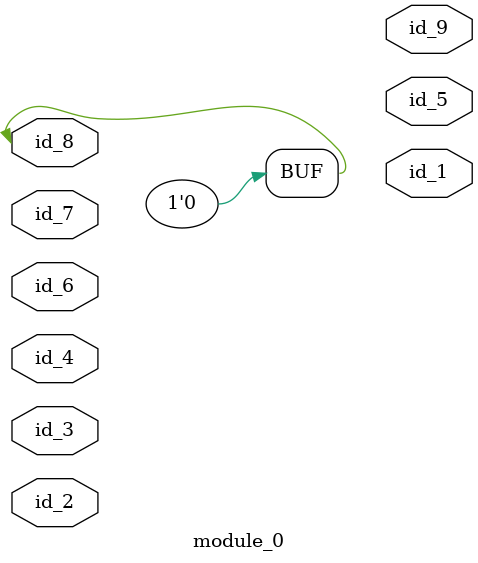
<source format=v>
module module_0 (
    id_1,
    id_2,
    id_3,
    id_4,
    id_5,
    id_6,
    id_7,
    id_8,
    id_9
);
  output id_9;
  inout id_8;
  inout id_7;
  input id_6;
  output id_5;
  input id_4;
  inout id_3;
  input id_2;
  output id_1;
  assign id_8 = 1'b0;
endmodule

</source>
